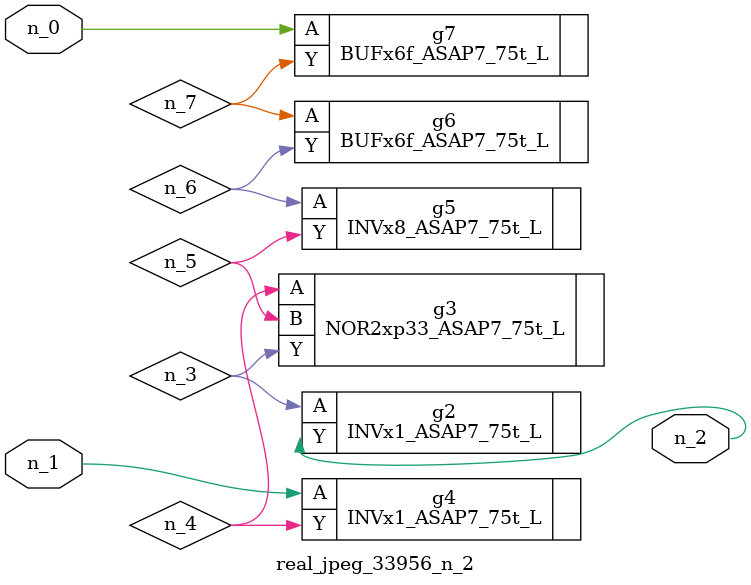
<source format=v>
module real_jpeg_33956_n_2 (n_1, n_0, n_2);

input n_1;
input n_0;

output n_2;

wire n_5;
wire n_4;
wire n_6;
wire n_7;
wire n_3;

BUFx6f_ASAP7_75t_L g7 ( 
.A(n_0),
.Y(n_7)
);

INVx1_ASAP7_75t_L g4 ( 
.A(n_1),
.Y(n_4)
);

INVx1_ASAP7_75t_L g2 ( 
.A(n_3),
.Y(n_2)
);

NOR2xp33_ASAP7_75t_L g3 ( 
.A(n_4),
.B(n_5),
.Y(n_3)
);

INVx8_ASAP7_75t_L g5 ( 
.A(n_6),
.Y(n_5)
);

BUFx6f_ASAP7_75t_L g6 ( 
.A(n_7),
.Y(n_6)
);


endmodule
</source>
